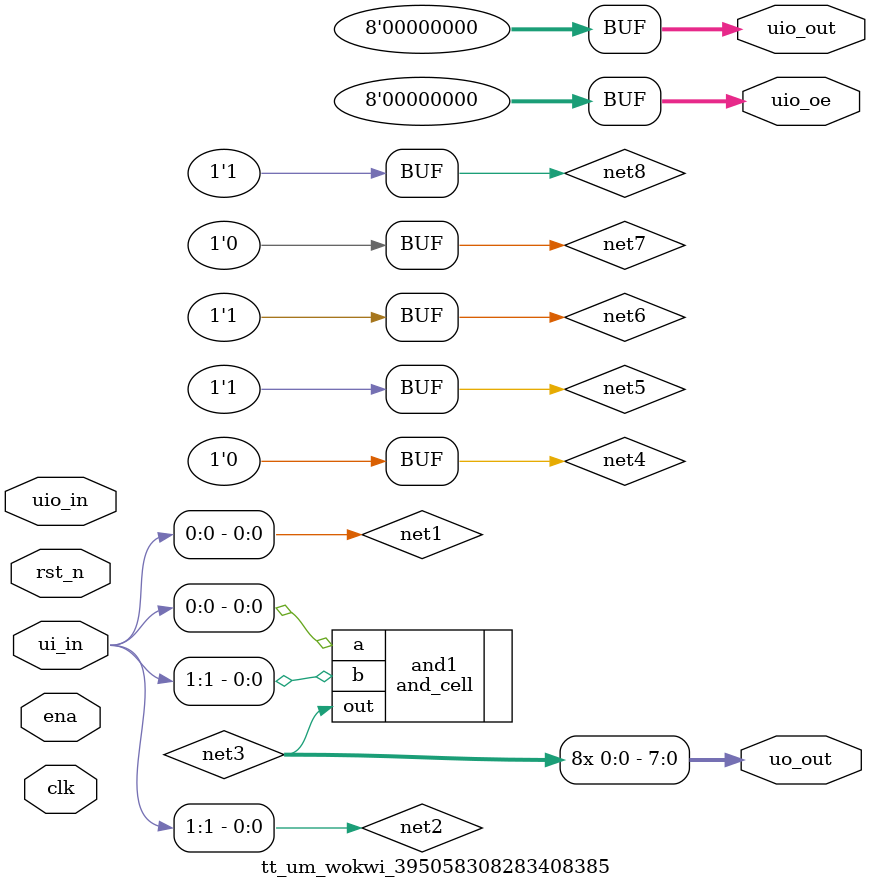
<source format=v>
/* Automatically generated from https://wokwi.com/projects/395058308283408385 */

`default_nettype none

module tt_um_wokwi_395058308283408385(
  input  wire [7:0] ui_in,    // Dedicated inputs
  output wire [7:0] uo_out,    // Dedicated outputs
  input  wire [7:0] uio_in,    // IOs: Input path
  output wire [7:0] uio_out,    // IOs: Output path
  output wire [7:0] uio_oe,    // IOs: Enable path (active high: 0=input, 1=output)
  input ena,
  input clk,
  input rst_n
);
  wire net1 = ui_in[0];
  wire net2 = ui_in[1];
  wire net3;
  wire net4 = 1'b0;
  wire net5 = 1'b1;
  wire net6 = 1'b1;
  wire net7 = 1'b0;
  wire net8 = 1'b1;

  assign uo_out[0] = net3;
  assign uo_out[1] = net3;
  assign uo_out[2] = net3;
  assign uo_out[3] = net3;
  assign uo_out[4] = net3;
  assign uo_out[5] = net3;
  assign uo_out[6] = net3;
  assign uo_out[7] = net3;
  assign uio_out[0] = 0;
  assign uio_oe[0] = 0;
  assign uio_out[1] = 0;
  assign uio_oe[1] = 0;
  assign uio_out[2] = 0;
  assign uio_oe[2] = 0;
  assign uio_out[3] = 0;
  assign uio_oe[3] = 0;
  assign uio_out[4] = 0;
  assign uio_oe[4] = 0;
  assign uio_out[5] = 0;
  assign uio_oe[5] = 0;
  assign uio_out[6] = 0;
  assign uio_oe[6] = 0;
  assign uio_out[7] = 0;
  assign uio_oe[7] = 0;

  and_cell and1 (
    .a (net1),
    .b (net2),
    .out (net3)
  );
endmodule

</source>
